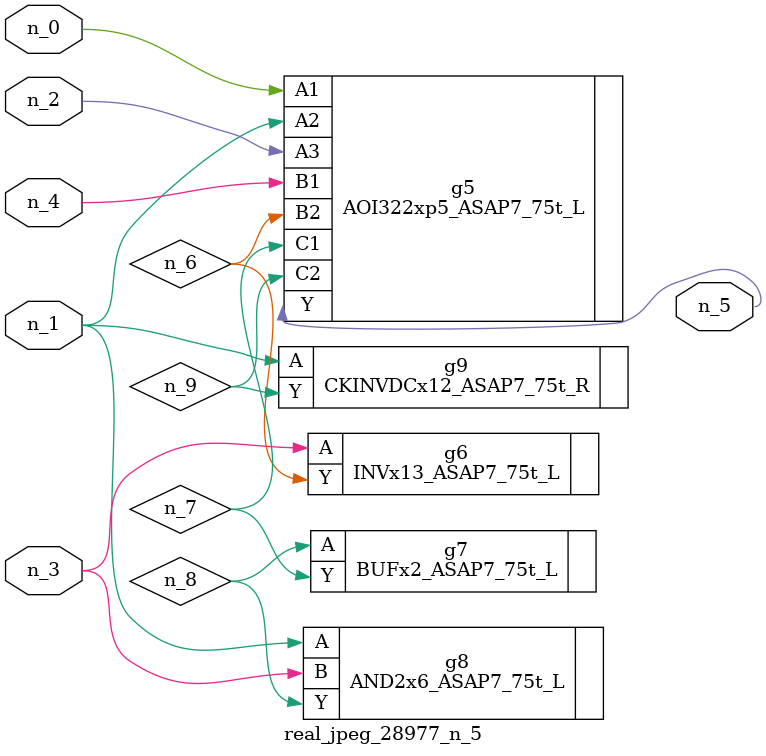
<source format=v>
module real_jpeg_28977_n_5 (n_4, n_0, n_1, n_2, n_3, n_5);

input n_4;
input n_0;
input n_1;
input n_2;
input n_3;

output n_5;

wire n_8;
wire n_6;
wire n_7;
wire n_9;

AOI322xp5_ASAP7_75t_L g5 ( 
.A1(n_0),
.A2(n_1),
.A3(n_2),
.B1(n_4),
.B2(n_6),
.C1(n_7),
.C2(n_9),
.Y(n_5)
);

AND2x6_ASAP7_75t_L g8 ( 
.A(n_1),
.B(n_3),
.Y(n_8)
);

CKINVDCx12_ASAP7_75t_R g9 ( 
.A(n_1),
.Y(n_9)
);

INVx13_ASAP7_75t_L g6 ( 
.A(n_3),
.Y(n_6)
);

BUFx2_ASAP7_75t_L g7 ( 
.A(n_8),
.Y(n_7)
);


endmodule
</source>
